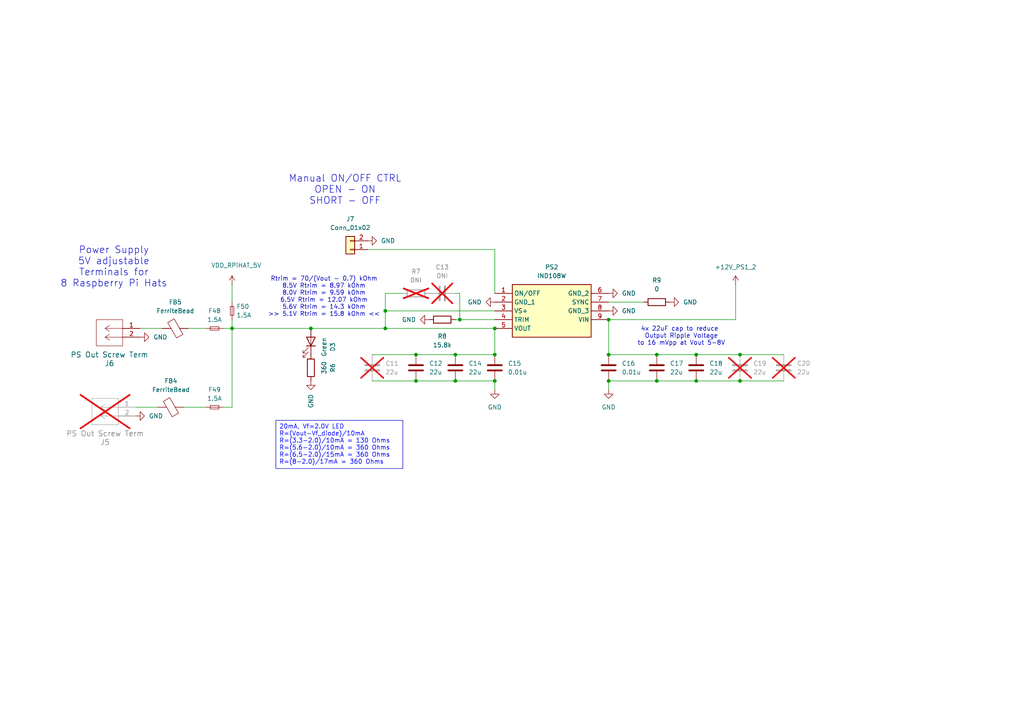
<source format=kicad_sch>
(kicad_sch (version 20231120) (generator "eeschema") (generator_version "8.0")
  (paper "A4")
  (title_block (title "+5V DC/DC module for RPi HAT") (date "2024-04-04") (rev "1.0"))
  (lib_symbols
    (symbol "BCRL_power_supply:IND108W"
      (property "Reference" "PS" (at 29.21 7.62 0))
      (property "Value" "IND108W" (at 29.21 5.08 0))
      (symbol "IND108W_1_1"
        (rectangle (start 5.08 2.54) (end 27.94 -12.7) (stroke (width 0.254)) (fill (type background)))
        (pin passive line (at 0 0 0) (length 5.08) (name "ON/OFF") (number "1"))
        (pin passive line (at 0 -2.54 0) (length 5.08) (name "GND_1") (number "2"))
        (pin passive line (at 0 -5.08 0) (length 5.08) (name "VS+") (number "3"))
        (pin passive line (at 0 -7.62 0) (length 5.08) (name "TRIM") (number "4"))
        (pin passive line (at 0 -10.16 0) (length 5.08) (name "VOUT") (number "5"))
        (pin passive line (at 33.02 0 180) (length 5.08) (name "GND_2") (number "6"))
        (pin passive line (at 33.02 -2.54 180) (length 5.08) (name "SYNC") (number "7"))
        (pin passive line (at 33.02 -5.08 180) (length 5.08) (name "GND_3") (number "8"))
        (pin passive line (at 33.02 -7.62 180) (length 5.08) (name "VIN") (number "9"))
      )
    )
    (symbol "BCRL_power_supply:OSTVN02A150" (pin_names (offset 0.254) hide)
      (property "Reference" "J" (at 8.89 6.35 0))
      (property "Value" "OSTVN02A150" (at 5.08 -6.35 0))
      (symbol "OSTVN02A150_1_1"
        (polyline (pts (xy 5.08 -5.08) (xy 12.7 -5.08)) (stroke (width 0.127)))
        (polyline (pts (xy 5.08 2.54) (xy 5.08 -5.08)) (stroke (width 0.127)))
        (polyline (pts (xy 10.16 -2.54) (xy 5.08 -2.54)) (stroke (width 0.127)))
        (polyline (pts (xy 10.16 -2.54) (xy 8.89 -3.3867)) (stroke (width 0.127)))
        (polyline (pts (xy 10.16 -2.54) (xy 8.89 -1.6933)) (stroke (width 0.127)))
        (polyline (pts (xy 10.16 0) (xy 5.08 0)) (stroke (width 0.127)))
        (polyline (pts (xy 10.16 0) (xy 8.89 -0.8467)) (stroke (width 0.127)))
        (polyline (pts (xy 10.16 0) (xy 8.89 0.8467)) (stroke (width 0.127)))
        (polyline (pts (xy 12.7 -5.08) (xy 12.7 2.54)) (stroke (width 0.127)))
        (polyline (pts (xy 12.7 2.54) (xy 5.08 2.54)) (stroke (width 0.127)))
        (pin unspecified line (at 0 0 0) (length 5.08) (name "1") (number "1"))
        (pin unspecified line (at 0 -2.54 0) (length 5.08) (name "2") (number "2"))
      )
      (symbol "OSTVN02A150_1_2"
        (polyline (pts (xy 5.08 -5.08) (xy 12.7 -5.08)) (stroke (width 0.127)))
        (polyline (pts (xy 5.08 2.54) (xy 5.08 -5.08)) (stroke (width 0.127)))
        (polyline (pts (xy 7.62 -2.54) (xy 5.08 -2.54)) (stroke (width 0.127)))
        (polyline (pts (xy 7.62 -2.54) (xy 8.89 -3.3867)) (stroke (width 0.127)))
        (polyline (pts (xy 7.62 -2.54) (xy 8.89 -1.6933)) (stroke (width 0.127)))
        (polyline (pts (xy 7.62 0) (xy 5.08 0)) (stroke (width 0.127)))
        (polyline (pts (xy 7.62 0) (xy 8.89 -0.8467)) (stroke (width 0.127)))
        (polyline (pts (xy 7.62 0) (xy 8.89 0.8467)) (stroke (width 0.127)))
        (polyline (pts (xy 12.7 -5.08) (xy 12.7 2.54)) (stroke (width 0.127)))
        (polyline (pts (xy 12.7 2.54) (xy 5.08 2.54)) (stroke (width 0.127)))
        (pin unspecified line (at 0 0 0) (length 5.08) (name "1") (number "1"))
        (pin unspecified line (at 0 -2.54 0) (length 5.08) (name "2") (number "2"))
      )
    )
    (symbol "C_1" (pin_numbers hide) (pin_names (offset 0.254) hide)
      (property "Reference" "C" (at 0.635 2.54 0))
      (property "Value" "C" (at 0.635 -2.54 0))
      (symbol "C_1_0_1"
        (polyline (pts (xy -2.032 -0.762) (xy 2.032 -0.762)) (stroke (width 0.508)))
        (polyline (pts (xy -2.032 0.762) (xy 2.032 0.762)) (stroke (width 0.508)))
      )
      (symbol "C_1_1_1"
        (pin passive line (at 0 3.81 270) (length 2.794) (name "~") (number "1"))
        (pin passive line (at 0 -3.81 90) (length 2.794) (name "~") (number "2"))
      )
    )
    (symbol "Connector_Generic:Conn_01x02" (pin_names (offset 1.016) hide)
      (property "Reference" "J" (at 0 2.54 0))
      (property "Value" "Conn_01x02" (at 0 -5.08 0))
      (symbol "Conn_01x02_1_1"
        (rectangle (start -1.27 -2.413) (end 0 -2.667) (stroke (width 0.1524)))
        (rectangle (start -1.27 0.127) (end 0 -0.127) (stroke (width 0.1524)))
        (rectangle (start -1.27 1.27) (end 1.27 -3.81) (stroke (width 0.254)) (fill (type background)))
        (pin passive line (at -5.08 0 0) (length 3.81) (name "Pin_1") (number "1"))
        (pin passive line (at -5.08 -2.54 0) (length 3.81) (name "Pin_2") (number "2"))
      )
    )
    (symbol "Device:C" (pin_numbers hide) (pin_names (offset 0.254))
      (property "Reference" "C" (at 0.635 2.54 0))
      (property "Value" "C" (at 0.635 -2.54 0))
      (symbol "C_0_1"
        (polyline (pts (xy -2.032 -0.762) (xy 2.032 -0.762)) (stroke (width 0.508)))
        (polyline (pts (xy -2.032 0.762) (xy 2.032 0.762)) (stroke (width 0.508)))
      )
      (symbol "C_1_1"
        (pin passive line (at 0 3.81 270) (length 2.794) (name "~") (number "1"))
        (pin passive line (at 0 -3.81 90) (length 2.794) (name "~") (number "2"))
      )
    )
    (symbol "Device:FerriteBead" (pin_numbers hide) (pin_names (offset 0))
      (property "Reference" "FB" (at -3.81 0.635 90))
      (property "Value" "FerriteBead" (at 3.81 0 90))
      (symbol "FerriteBead_0_1"
        (polyline (pts (xy 0 -1.27) (xy 0 -1.2192)))
        (polyline (pts (xy 0 1.27) (xy 0 1.2954)))
        (polyline (pts (xy -2.7686 0.4064) (xy -1.7018 2.2606) (xy 2.7686 -0.3048) (xy 1.6764 -2.159) (xy -2.7686 0.4064)))
      )
      (symbol "FerriteBead_1_1"
        (pin passive line (at 0 3.81 270) (length 2.54) (name "~") (number "1"))
        (pin passive line (at 0 -3.81 90) (length 2.54) (name "~") (number "2"))
      )
    )
    (symbol "Device:Fuse_Small" (pin_numbers hide) (pin_names (offset 0.254) hide)
      (property "Reference" "F" (at 0 -1.524 0))
      (property "Value" "Fuse_Small" (at 0 1.524 0))
      (symbol "Fuse_Small_0_1"
        (rectangle (start -1.27 0.508) (end 1.27 -0.508))
        (polyline (pts (xy -1.27 0) (xy 1.27 0)))
      )
      (symbol "Fuse_Small_1_1"
        (pin passive line (at -2.54 0 0) (length 1.27) (name "~") (number "1"))
        (pin passive line (at 2.54 0 180) (length 1.27) (name "~") (number "2"))
      )
    )
    (symbol "Device:LED" (pin_numbers hide) (pin_names (offset 1.016) hide)
      (property "Reference" "D" (at 0 2.54 0))
      (property "Value" "LED" (at 0 -2.54 0))
      (symbol "LED_0_1"
        (polyline (pts (xy -1.27 -1.27) (xy -1.27 1.27)) (stroke (width 0.254)))
        (polyline (pts (xy -1.27 0) (xy 1.27 0)))
        (polyline (pts (xy 1.27 -1.27) (xy 1.27 1.27) (xy -1.27 0) (xy 1.27 -1.27)) (stroke (width 0.254)))
        (polyline (pts (xy -3.048 -0.762) (xy -4.572 -2.286) (xy -3.81 -2.286) (xy -4.572 -2.286) (xy -4.572 -1.524)))
        (polyline (pts (xy -1.778 -0.762) (xy -3.302 -2.286) (xy -2.54 -2.286) (xy -3.302 -2.286) (xy -3.302 -1.524)))
      )
      (symbol "LED_1_1"
        (pin passive line (at -3.81 0 0) (length 2.54) (name "K") (number "1"))
        (pin passive line (at 3.81 0 180) (length 2.54) (name "A") (number "2"))
      )
    )
    (symbol "Device:R" (pin_numbers hide) (pin_names (offset 0))
      (property "Reference" "R" (at 2.032 0 90))
      (property "Value" "R" (at 0 0 90))
      (symbol "R_0_1"
        (rectangle (start -1.016 -2.54) (end 1.016 2.54) (stroke (width 0.254)))
      )
      (symbol "R_1_1"
        (pin passive line (at 0 3.81 270) (length 1.27) (name "~") (number "1"))
        (pin passive line (at 0 -3.81 90) (length 1.27) (name "~") (number "2"))
      )
    )
    (symbol "GND_1" (power) (pin_numbers hide) (pin_names (offset 0) hide)
      (property "Value" "GND" (at 0 -3.81 0))
      (symbol "GND_1_0_1"
        (polyline (pts (xy 0 0) (xy 0 -1.27) (xy 1.27 -1.27) (xy 0 -2.54) (xy -1.27 -1.27) (xy 0 -1.27)))
      )
      (symbol "GND_1_1_1"
        (pin power_in line (at 0 0 270) (length 0) hide (name "GND") (number "1"))
      )
    )
    (symbol "GND_2" (power) (pin_numbers hide) (pin_names (offset 0) hide)
      (property "Value" "GND" (at 0 -3.81 0))
      (symbol "GND_2_0_1"
        (polyline (pts (xy 0 0) (xy 0 -1.27) (xy 1.27 -1.27) (xy 0 -2.54) (xy -1.27 -1.27) (xy 0 -1.27)))
      )
      (symbol "GND_2_1_1"
        (pin power_in line (at 0 0 270) (length 0) hide (name "GND") (number "1"))
      )
    )
    (symbol "GND_3" (power) (pin_numbers hide) (pin_names (offset 0) hide)
      (property "Value" "GND" (at 0 -3.81 0))
      (symbol "GND_3_0_1"
        (polyline (pts (xy 0 0) (xy 0 -1.27) (xy 1.27 -1.27) (xy 0 -2.54) (xy -1.27 -1.27) (xy 0 -1.27)))
      )
      (symbol "GND_3_1_1"
        (pin power_in line (at 0 0 270) (length 0) hide (name "GND") (number "1"))
      )
    )
    (symbol "GND_4" (power) (pin_numbers hide) (pin_names (offset 0) hide)
      (property "Value" "GND" (at 0 -3.81 0))
      (symbol "GND_4_0_1"
        (polyline (pts (xy 0 0) (xy 0 -1.27) (xy 1.27 -1.27) (xy 0 -2.54) (xy -1.27 -1.27) (xy 0 -1.27)))
      )
      (symbol "GND_4_1_1"
        (pin power_in line (at 0 0 270) (length 0) hide (name "GND") (number "1"))
      )
    )
    (symbol "GND_5" (power) (pin_numbers hide) (pin_names (offset 0) hide)
      (property "Value" "GND" (at 0 -3.81 0))
      (symbol "GND_5_0_1"
        (polyline (pts (xy 0 0) (xy 0 -1.27) (xy 1.27 -1.27) (xy 0 -2.54) (xy -1.27 -1.27) (xy 0 -1.27)))
      )
      (symbol "GND_5_1_1"
        (pin power_in line (at 0 0 270) (length 0) hide (name "GND") (number "1"))
      )
    )
    (symbol "power:+3.3V" (power) (pin_numbers hide) (pin_names (offset 0) hide)
      (property "Value" "+3.3V" (at 0 3.556 0))
      (symbol "+3.3V_0_1"
        (polyline (pts (xy -0.762 1.27) (xy 0 2.54)))
        (polyline (pts (xy 0 0) (xy 0 2.54)))
        (polyline (pts (xy 0 2.54) (xy 0.762 1.27)))
      )
      (symbol "+3.3V_1_1"
        (pin power_in line (at 0 0 90) (length 0) (name "~") (number "1"))
      )
    )
    (symbol "power:GND" (power) (pin_numbers hide) (pin_names (offset 0) hide)
      (property "Value" "GND" (at 0 -3.81 0))
      (symbol "GND_0_1"
        (polyline (pts (xy 0 0) (xy 0 -1.27) (xy 1.27 -1.27) (xy 0 -2.54) (xy -1.27 -1.27) (xy 0 -1.27)))
      )
      (symbol "GND_1_1"
        (pin power_in line (at 0 0 270) (length 0) hide (name "GND") (number "1"))
      )
    )
    (symbol "power:VDD" (power) (pin_numbers hide) (pin_names (offset 0) hide)
      (property "Value" "VDD" (at 0 3.556 0))
      (symbol "VDD_0_1"
        (polyline (pts (xy -0.762 1.27) (xy 0 2.54)))
        (polyline (pts (xy 0 0) (xy 0 2.54)))
        (polyline (pts (xy 0 2.54) (xy 0.762 1.27)))
      )
      (symbol "VDD_1_1"
        (pin power_in line (at 0 0 90) (length 0) (name "~") (number "1"))
      )
    )
  )
  (junction (at 120.65 110.49))
  (junction (at 143.51 110.49))
  (junction (at 67.31 95.25))
  (junction (at 143.51 102.87))
  (junction (at 111.76 90.17))
  (junction (at 190.5 102.87))
  (junction (at 214.63 110.49))
  (junction (at 133.35 92.71))
  (junction (at 176.53 102.87))
  (junction (at 120.65 102.87))
  (junction (at 176.53 110.49))
  (junction (at 201.93 102.87))
  (junction (at 214.63 102.87))
  (junction (at 132.08 110.49))
  (junction (at 143.51 95.25))
  (junction (at 132.08 102.87))
  (junction (at 201.93 110.49))
  (junction (at 176.53 92.71))
  (junction (at 111.76 95.25))
  (junction (at 190.5 110.49))
  (junction (at 90.17 95.25))
  (wire (pts (xy 143.51 95.25) (xy 143.51 102.87)))
  (wire (pts (xy 133.35 92.71) (xy 143.51 92.71)))
  (wire (pts (xy 67.31 95.25) (xy 90.17 95.25)))
  (wire (pts (xy 111.76 85.09) (xy 111.76 90.17)))
  (wire (pts (xy 40.64 95.25) (xy 46.99 95.25)))
  (wire (pts (xy 214.63 102.87) (xy 227.33 102.87)))
  (wire (pts (xy 143.51 72.39) (xy 143.51 85.09)))
  (wire (pts (xy 176.53 102.87) (xy 190.5 102.87)))
  (wire (pts (xy 132.08 85.09) (xy 133.35 85.09)))
  (wire (pts (xy 39.37 118.11) (xy 45.72 118.11)))
  (wire (pts (xy 120.65 102.87) (xy 132.08 102.87)))
  (wire (pts (xy 120.65 110.49) (xy 132.08 110.49)))
  (wire (pts (xy 67.31 118.11) (xy 67.31 95.25)))
  (wire (pts (xy 64.77 95.25) (xy 67.31 95.25)))
  (wire (pts (xy 143.51 110.49) (xy 143.51 113.03)))
  (wire (pts (xy 176.53 92.71) (xy 213.36 92.71)))
  (wire (pts (xy 201.93 102.87) (xy 214.63 102.87)))
  (wire (pts (xy 213.36 82.55) (xy 213.36 92.71)))
  (wire (pts (xy 64.77 118.11) (xy 67.31 118.11)))
  (wire (pts (xy 90.17 95.25) (xy 111.76 95.25)))
  (wire (pts (xy 176.53 110.49) (xy 190.5 110.49)))
  (wire (pts (xy 201.93 110.49) (xy 214.63 110.49)))
  (wire (pts (xy 67.31 92.71) (xy 67.31 95.25)))
  (wire (pts (xy 132.08 110.49) (xy 143.51 110.49)))
  (wire (pts (xy 132.08 102.87) (xy 143.51 102.87)))
  (wire (pts (xy 143.51 90.17) (xy 111.76 90.17)))
  (wire (pts (xy 214.63 110.49) (xy 227.33 110.49)))
  (wire (pts (xy 176.53 87.63) (xy 186.69 87.63)))
  (wire (pts (xy 176.53 92.71) (xy 176.53 102.87)))
  (wire (pts (xy 116.84 85.09) (xy 111.76 85.09)))
  (wire (pts (xy 190.5 102.87) (xy 201.93 102.87)))
  (wire (pts (xy 111.76 90.17) (xy 111.76 95.25)))
  (wire (pts (xy 107.95 110.49) (xy 120.65 110.49)))
  (wire (pts (xy 106.68 72.39) (xy 143.51 72.39)))
  (wire (pts (xy 111.76 95.25) (xy 143.51 95.25)))
  (wire (pts (xy 67.31 82.55) (xy 67.31 87.63)))
  (wire (pts (xy 53.34 118.11) (xy 59.69 118.11)))
  (wire (pts (xy 54.61 95.25) (xy 59.69 95.25)))
  (wire (pts (xy 132.08 92.71) (xy 133.35 92.71)))
  (wire (pts (xy 107.95 102.87) (xy 120.65 102.87)))
  (wire (pts (xy 133.35 85.09) (xy 133.35 92.71)))
  (wire (pts (xy 176.53 110.49) (xy 176.53 113.03)))
  (wire (pts (xy 190.5 110.49) (xy 201.93 110.49)))
  (text_box "20mA, Vf=2.0V LED \nR=(Vout-Vf_diode)/10mA \nR=(3.3-2.0)/10mA = 130 Ohms  \nR=(5.6-2.0)/10mA = 360 Ohms  \nR=(6.5-2.0)/15mA = 360 Ohms  \nR=(8-2.0)/17mA = 360 Ohms  \n" (at 80.01 121.92 0) (size 36.83 13.97) (effects (font (size 1.27 1.27)) (justify left top)))
  (text "4x 22uF cap to reduce \nOutput Ripple Voltage\nto 16 mVpp at Vout 5-8V" (at 197.612 97.536 0) (effects (font (size 1.27 1.27))))
  (text "Manual ON/OFF CTRL\nOPEN - ON\nSHORT - OFF" (at 100.076 55.118 0) (effects (font (size 2 2))))
  (text "Rtrim = 70/(Vout - 0.7) kOhm\n8.5V Rtrim = 8.97 kOhm\n8.0V Rtrim = 9.59 kOhm\n6.5V Rtrim = 12.07 kOhm\n5.6V Rtrim = 14.3 kOhm\n>> 5.1V Rtrim = 15.8 kOhm <<\n\n\n" (at 93.98 88.138 0) (effects (font (size 1.27 1.27))))
  (text "Power Supply\n5V adjustable\nTerminals for\n8 Raspberry Pi Hats\n" (at 33.02 77.47 0) (effects (font (size 2 2))))
  (symbol (lib_id "BCRL_power_supply:OSTVN02A150") (at 39.37 118.11 0) (mirror y) (unit 1) (in_bom no) (dnp yes)
    (property "Reference" "J5" (at 30.48 128.27 0) (effects (font (size 1.524 1.524))))
    (property "Value" "PS Out Screw Term" (at 30.48 125.73 0) (effects (font (size 1.524 1.524))))
    (property "Footprint" "BCRL_power_supply:CONN_OSTVN02A150_OST" (effects (hide yes)))
    (property "Datasheet" "https://mm.digikey.com/Volume0/opasdata/d220001/medias/docus/1123/OSTVNXXA150.pdf" (effects (hide yes)))
    (property "PN" "OSTVN02A150" (effects (hide yes)))
  )
  (symbol (lib_id "Device:C") (at 176.53 106.68 0) (unit 1)
    (property "Reference" "C16" (at 180.34 105.4099 0) (effects (justify left)))
    (property "Value" "0.01u" (at 180.34 107.9499 0) (effects (justify left)))
    (property "Footprint" "BCRL_power_supply:CAPC1608X90N" (effects (hide yes)))
    (property "Datasheet" "https://www.mouser.ca/datasheet/2/281/1/GRM1885C1E103JA01_01A-1984693.pdf" (effects (hide yes)))
    (property "Description" "0.01 uF 25V" (effects (hide yes)))
    (property "PN" "GRM1885C1E103JA01D" (effects (hide yes)))
    (property "Mfr" "Murata" (effects (hide yes)))
  )
  (symbol (lib_id "Device:C") (at 132.08 106.68 0) (unit 1)
    (property "Reference" "C14" (at 135.89 105.4099 0) (effects (justify left)))
    (property "Value" "22u" (at 135.89 107.9499 0) (effects (justify left)))
    (property "Footprint" "BCRL_power_supply:CAPC2012X145N" (effects (hide yes)))
    (property "Datasheet" "https://www.mouser.ca/datasheet/2/281/1/GRM21BR61E226ME44_01A-1986898.pdf" (effects (hide yes)))
    (property "Description" "22 uF 25V " (effects (hide yes)))
    (property "PN" "GRM21BR61E226ME44L" (effects (hide yes)))
    (property "Mfr" "Murata" (effects (hide yes)))
  )
  (symbol (lib_id "Device:Fuse_Small") (at 67.31 90.17 90) (unit 1)
    (property "Reference" "F50" (at 68.58 88.8999 90) (effects (justify right)))
    (property "Value" "1.5A" (at 68.58 91.4399 90) (effects (justify right)))
    (property "Footprint" "BCRL_power_supply:ERBRE0R50V" (effects (hide yes)))
    (property "Datasheet" "https://www.mouser.ca/datasheet/2/315/AFA0000C7-1025982.pdf" (effects (hide yes)))
    (property "Description" "SMD Fuse 0603" (effects (hide yes)))
    (property "PN" "ERB-RE1R50V" (effects (hide yes)))
    (property "Mfr" "Panasonic" (effects (hide yes)))
  )
  (symbol (lib_id "Device:R") (at 190.5 87.63 270) (mirror x) (unit 1)
    (property "Reference" "R9" (at 190.5 81.28 90))
    (property "Value" "0" (at 190.5 83.82 90))
    (property "Footprint" "BCRL_power_supply:RESC1608X55N" (effects (hide yes)))
    (property "Datasheet" "https://www.vishay.com/docs/20035/dcrcwe3.pdf" (effects (hide yes)))
    (property "Description" "1/10 W" (effects (hide yes)))
    (property "PN" "CRCW06030000Z0EAHP" (effects (hide yes)))
    (property "Mfr" "Vishay" (effects (hide yes)))
  )
  (symbol (lib_name "GND_4") (lib_id "power:GND") (at 143.51 87.63 270) (mirror x) (unit 1)
    (property "Reference" "#PWR022" (effects (hide yes)))
    (property "Value" "GND" (at 139.7 87.6299 90) (effects (justify right)))
  )
  (symbol (lib_name "GND_1") (lib_id "power:GND") (at 124.46 92.71 270) (mirror x) (unit 1)
    (property "Reference" "#PWR021" (effects (hide yes)))
    (property "Value" "GND" (at 120.65 92.7099 90) (effects (justify right)))
  )
  (symbol (lib_id "Device:R") (at 128.27 92.71 90) (mirror x) (unit 1)
    (property "Reference" "R8" (at 128.27 97.536 90))
    (property "Value" "15.8k" (at 128.27 100.076 90))
    (property "Footprint" "BCRL_power_supply:RESC1608X50N" (effects (hide yes)))
    (property "Description" "1/10 W" (effects (hide yes)))
    (property "PN" "CRCW060315K8FKEA" (effects (hide yes)))
    (property "Mfr" "Vishay" (effects (hide yes)))
  )
  (symbol (lib_id "Device:C") (at 143.51 106.68 0) (unit 1)
    (property "Reference" "C15" (at 147.32 105.4099 0) (effects (justify left)))
    (property "Value" "0.01u" (at 147.32 107.9499 0) (effects (justify left)))
    (property "Footprint" "BCRL_power_supply:CAPC1608X90N" (effects (hide yes)))
    (property "Datasheet" "https://www.mouser.ca/datasheet/2/281/1/GRM1885C1E103JA01_01A-1984693.pdf" (effects (hide yes)))
    (property "Description" "0.01 uF 25V" (effects (hide yes)))
    (property "PN" "GRM1885C1E103JA01D" (effects (hide yes)))
    (property "Mfr" "Murata" (effects (hide yes)))
  )
  (symbol (lib_id "Device:LED") (at 90.17 99.06 270) (mirror x) (unit 1)
    (property "Reference" "D3" (at 96.52 100.6475 0))
    (property "Value" "Green" (at 93.98 100.6475 0))
    (property "Footprint" "BCRL_power_supply:LEDC1608X80N" (effects (hide yes)))
    (property "Datasheet" "https://www.we-online.com/catalog/datasheet/150060VS75000.pdf" (effects (hide yes)))
    (property "Description" "LED green 20mA Vf=2V" (effects (hide yes)))
    (property "PN" "150060VS75000" (effects (hide yes)))
    (property "Mfr" "Wurth Elektronik" (effects (hide yes)))
  )
  (symbol (lib_id "power:GND") (at 106.68 69.85 90) (unit 1)
    (property "Reference" "#PWR020" (effects (hide yes)))
    (property "Value" "GND" (at 110.49 69.8499 90) (effects (justify right)))
  )
  (symbol (lib_id "BCRL_power_supply:IND108W") (at 143.51 85.09 0) (unit 1)
    (property "Reference" "PS2" (at 160.02 77.47 0))
    (property "Value" "IND108W" (at 160.02 80.01 0))
    (property "Footprint" "BCRL_power_supply:IND108W" (effects (hide yes)))
    (property "Datasheet" "https://www.omnionpower.com/assets/pdfs/windchill/data-sheet/ind108w_ds.pdf?nocache=1710831926" (effects (hide yes)))
    (property "Description" "DC/DC 12Vin 3-9V 108W 12A" (effects (hide yes)))
    (property "Height" "10" (effects (hide yes)))
    (property "Manufacturer_Name" "OmniOn Power" (effects (hide yes)))
    (property "Manufacturer_Part_Number" "IND108W" (effects (hide yes)))
    (property "Mfr" "GE" (effects (hide yes)))
    (property "PN" "IND108W" (effects (hide yes)))
  )
  (symbol (lib_id "Device:C") (at 214.63 106.68 0) (unit 1) (on_board no) (dnp yes)
    (property "Reference" "C19" (at 218.44 105.4099 0) (effects (justify left)))
    (property "Value" "22u" (at 218.44 107.9499 0) (effects (justify left)))
    (property "Footprint" "BCRL_power_supply:CAPC2012X145N" (effects (hide yes)))
    (property "Datasheet" "https://www.mouser.ca/datasheet/2/281/1/GRM21BR61E226ME44_01A-1986898.pdf" (effects (hide yes)))
    (property "Description" "22 uF 25V " (effects (hide yes)))
    (property "PN" "GRM21BR61E226ME44L" (effects (hide yes)))
    (property "Mfr" "Murata" (effects (hide yes)))
  )
  (symbol (lib_id "Device:Fuse_Small") (at 62.23 95.25 0) (unit 1)
    (property "Reference" "F48" (at 62.23 90.17 0))
    (property "Value" "1.5A" (at 62.23 92.71 0))
    (property "Footprint" "BCRL_power_supply:ERBRE0R50V" (effects (hide yes)))
    (property "Datasheet" "https://www.mouser.ca/datasheet/2/315/AFA0000C7-1025982.pdf" (effects (hide yes)))
    (property "Description" "SMD Fuse 0603" (effects (hide yes)))
    (property "PN" "ERB-RE1R50V" (effects (hide yes)))
    (property "Mfr" "Panasonic" (effects (hide yes)))
  )
  (symbol (lib_id "power:GND") (at 90.17 110.49 0) (mirror y) (unit 1)
    (property "Reference" "#PWR019" (effects (hide yes)))
    (property "Value" "GND" (at 90.17 114.3 90) (effects (justify right)))
  )
  (symbol (lib_id "Device:C") (at 227.33 106.68 0) (unit 1) (on_board no) (dnp yes)
    (property "Reference" "C20" (at 231.14 105.4099 0) (effects (justify left)))
    (property "Value" "22u" (at 231.14 107.9499 0) (effects (justify left)))
    (property "Footprint" "BCRL_power_supply:CAPC2012X145N" (effects (hide yes)))
    (property "Datasheet" "https://www.mouser.ca/datasheet/2/281/1/GRM21BR61E226ME44_01A-1986898.pdf" (effects (hide yes)))
    (property "Description" "22 uF 25V " (effects (hide yes)))
    (property "PN" "GRM21BR61E226ME44L" (effects (hide yes)))
    (property "Mfr" "Murata" (effects (hide yes)))
  )
  (symbol (lib_name "GND_2") (lib_id "power:GND") (at 194.31 87.63 90) (mirror x) (unit 1)
    (property "Reference" "#PWR027" (effects (hide yes)))
    (property "Value" "GND" (at 198.12 87.6299 90) (effects (justify right)))
  )
  (symbol (lib_name "GND_2") (lib_id "power:GND") (at 176.53 85.09 90) (mirror x) (unit 1)
    (property "Reference" "#PWR024" (effects (hide yes)))
    (property "Value" "GND" (at 180.34 85.0899 90) (effects (justify right)))
  )
  (symbol (lib_name "GND_5") (lib_id "power:GND") (at 143.51 113.03 0) (mirror y) (unit 1)
    (property "Reference" "#PWR023" (effects (hide yes)))
    (property "Value" "GND" (at 143.51 118.11 0))
  )
  (symbol (lib_id "power:GND") (at 176.53 113.03 0) (mirror y) (unit 1)
    (property "Reference" "#PWR026" (effects (hide yes)))
    (property "Value" "GND" (at 176.53 118.11 0))
  )
  (symbol (lib_id "Device:C") (at 201.93 106.68 0) (unit 1)
    (property "Reference" "C18" (at 205.74 105.4099 0) (effects (justify left)))
    (property "Value" "22u" (at 205.74 107.9499 0) (effects (justify left)))
    (property "Footprint" "BCRL_power_supply:CAPC2012X145N" (effects (hide yes)))
    (property "Datasheet" "https://www.mouser.ca/datasheet/2/281/1/GRM21BR61E226ME44_01A-1986898.pdf" (effects (hide yes)))
    (property "Description" "22 uF 25V " (effects (hide yes)))
    (property "PN" "GRM21BR61E226ME44L" (effects (hide yes)))
    (property "Mfr" "Murata" (effects (hide yes)))
  )
  (symbol (lib_name "GND_4") (lib_id "power:GND") (at 39.37 120.65 90) (mirror x) (unit 1)
    (property "Reference" "#PWR016" (effects (hide yes)))
    (property "Value" "GND" (at 43.18 120.65 90) (effects (justify right)))
  )
  (symbol (lib_id "power:VDD") (at 67.31 82.55 0) (unit 1)
    (property "Reference" "#PWR018" (effects (hide yes)))
    (property "Value" "VDD_RPiHAT_5V" (at 61.214 76.962 0) (effects (justify left)))
    (property "Description" "Power symbol creates a global label with name \"VDD\"" (effects (hide yes)))
  )
  (symbol (lib_id "Device:R") (at 90.17 106.68 0) (mirror x) (unit 1)
    (property "Reference" "R6" (at 96.52 106.68 90))
    (property "Value" "360" (at 93.98 106.68 90))
    (property "Footprint" "BCRL_power_supply:RESC1608X50N" (effects (hide yes)))
    (property "Datasheet" "https://www.vishay.com/docs/20035/dcrcwe3.pdf" (effects (hide yes)))
    (property "Description" "1/10 W" (effects (hide yes)))
    (property "PN" "CRCW0603360RJNEA" (effects (hide yes)))
    (property "Mfr" "Vishay" (effects (hide yes)))
  )
  (symbol (lib_id "Device:C") (at 190.5 106.68 0) (unit 1)
    (property "Reference" "C17" (at 194.31 105.4099 0) (effects (justify left)))
    (property "Value" "22u" (at 194.31 107.9499 0) (effects (justify left)))
    (property "Footprint" "BCRL_power_supply:CAPC2012X145N" (effects (hide yes)))
    (property "Datasheet" "https://www.mouser.ca/datasheet/2/281/1/GRM21BR61E226ME44_01A-1986898.pdf" (effects (hide yes)))
    (property "Description" "22 uF 25V " (effects (hide yes)))
    (property "PN" "GRM21BR61E226ME44L" (effects (hide yes)))
    (property "Mfr" "Murata" (effects (hide yes)))
  )
  (symbol (lib_name "GND_4") (lib_id "power:GND") (at 40.64 97.79 90) (mirror x) (unit 1)
    (property "Reference" "#PWR017" (effects (hide yes)))
    (property "Value" "GND" (at 44.45 97.79 90) (effects (justify right)))
  )
  (symbol (lib_name "GND_3") (lib_id "power:GND") (at 176.53 90.17 90) (mirror x) (unit 1)
    (property "Reference" "#PWR025" (effects (hide yes)))
    (property "Value" "GND" (at 180.34 90.1699 90) (effects (justify right)))
  )
  (symbol (lib_id "Device:C") (at 120.65 106.68 0) (unit 1)
    (property "Reference" "C12" (at 124.46 105.4099 0) (effects (justify left)))
    (property "Value" "22u" (at 124.46 107.9499 0) (effects (justify left)))
    (property "Footprint" "BCRL_power_supply:CAPC2012X145N" (effects (hide yes)))
    (property "Datasheet" "https://www.mouser.ca/datasheet/2/281/1/GRM21BR61E226ME44_01A-1986898.pdf" (effects (hide yes)))
    (property "Description" "22 uF 25V " (effects (hide yes)))
    (property "PN" "GRM21BR61E226ME44L" (effects (hide yes)))
    (property "Mfr" "Murata" (effects (hide yes)))
  )
  (symbol (lib_id "Device:Fuse_Small") (at 62.23 118.11 0) (unit 1)
    (property "Reference" "F49" (at 62.23 113.03 0))
    (property "Value" "1.5A" (at 62.23 115.57 0))
    (property "Footprint" "BCRL_power_supply:ERBRE0R50V" (effects (hide yes)))
    (property "Datasheet" "https://www.mouser.ca/datasheet/2/315/AFA0000C7-1025982.pdf" (effects (hide yes)))
    (property "Description" "SMD Fuse 0603" (effects (hide yes)))
    (property "PN" "ERB-RE1R50V" (effects (hide yes)))
    (property "Mfr" "Panasonic" (effects (hide yes)))
  )
  (symbol (lib_id "Device:FerriteBead") (at 49.53 118.11 270) (mirror x) (unit 1)
    (property "Reference" "FB4" (at 49.5808 110.49 90))
    (property "Value" "FerriteBead" (at 49.5808 113.03 90))
    (property "Footprint" "BCRL_power_supply:BEADC1005X55N" (effects (hide yes)))
    (property "Datasheet" "https://product.tdk.com/system/files/dam/doc/product/emc/emc/suppression-filter/catalog/suppression-filter_commercial_maf1005p_en.pdf" (effects (hide yes)))
    (property "Description" "Ferrite bead 9 mOhm 6A" (effects (hide yes)))
    (property "PN" "MAF1005PAD120CT000" (effects (hide yes)))
    (property "Mfr" "TDK" (effects (hide yes)))
  )
  (symbol (lib_id "Device:C") (at 107.95 106.68 0) (unit 1) (in_bom no) (dnp yes)
    (property "Reference" "C11" (at 111.76 105.4099 0) (effects (justify left)))
    (property "Value" "22u" (at 111.76 107.9499 0) (effects (justify left)))
    (property "Footprint" "BCRL_power_supply:CAPC2012X145N" (effects (hide yes)))
    (property "Datasheet" "https://www.mouser.ca/datasheet/2/281/1/GRM21BR61E226ME44_01A-1986898.pdf" (effects (hide yes)))
    (property "Description" "22 uF 25V " (effects (hide yes)))
    (property "PN" "GRM21BR61E226ME44L" (effects (hide yes)))
    (property "Mfr" "Murata" (effects (hide yes)))
  )
  (symbol (lib_id "Connector_Generic:Conn_01x02") (at 101.6 72.39 180) (unit 1)
    (property "Reference" "J7" (at 101.6 63.5 0))
    (property "Value" "Conn_01x02" (at 101.6 66.04 0))
    (property "Footprint" "BCRL_power_supply:M20-8770242" (effects (hide yes)))
    (property "Datasheet" "https://www.mouser.ca/datasheet/2/181/M20-877-1133516.pdf" (effects (hide yes)))
    (property "Description" "1x2 pin Header SMT, Vertical " (effects (hide yes)))
    (property "PN" "M20-8770242" (effects (hide yes)))
    (property "Mfr" "Harwin" (effects (hide yes)))
  )
  (symbol (lib_id "Device:FerriteBead") (at 50.8 95.25 270) (mirror x) (unit 1)
    (property "Reference" "FB5" (at 50.8508 87.63 90))
    (property "Value" "FerriteBead" (at 50.8508 90.17 90))
    (property "Footprint" "BCRL_power_supply:BEADC1005X55N" (effects (hide yes)))
    (property "Datasheet" "https://product.tdk.com/system/files/dam/doc/product/emc/emc/suppression-filter/catalog/suppression-filter_commercial_maf1005p_en.pdf" (effects (hide yes)))
    (property "Description" "Ferrite bead 9 mOhm 6A" (effects (hide yes)))
    (property "PN" "MAF1005PAD120CT000" (effects (hide yes)))
    (property "Mfr" "TDK" (effects (hide yes)))
  )
  (symbol (lib_id "BCRL_power_supply:OSTVN02A150") (at 40.64 95.25 0) (mirror y) (unit 1)
    (property "Reference" "J6" (at 31.75 105.41 0) (effects (font (size 1.524 1.524))))
    (property "Value" "PS Out Screw Term" (at 31.75 102.87 0) (effects (font (size 1.524 1.524))))
    (property "Footprint" "BCRL_power_supply:CONN_OSTVN02A150_OST" (effects (hide yes)))
    (property "Datasheet" "https://mm.digikey.com/Volume0/opasdata/d220001/medias/docus/1123/OSTVNXXA150.pdf" (effects (hide yes)))
    (property "Description" "2 Screw Terminal" (effects (hide yes)))
    (property "PN" "OSTVN02A150" (effects (hide yes)))
    (property "Mfr" "On Shore Technology Inc." (effects (hide yes)))
  )
  (symbol (lib_name "C_1") (lib_id "Device:C") (at 128.27 85.09 270) (mirror x) (unit 1) (in_bom no) (dnp yes)
    (property "Reference" "C13" (at 128.27 77.47 90))
    (property "Value" "DNI" (at 128.27 80.01 90))
    (property "Footprint" "Capacitor_SMD:C_0603_1608Metric" (effects (hide yes)))
    (property "Description" "Ctune" (effects (hide yes)))
  )
  (symbol (lib_id "power:+3.3V") (at 213.36 82.55 0) (unit 1)
    (property "Reference" "#PWR0325" (effects (hide yes)))
    (property "Value" "+12V_PS1_2" (at 213.36 77.47 0))
    (property "Description" "Power symbol creates a global label with name \"+3.3V\"" (effects (hide yes)))
  )
  (symbol (lib_id "Device:R") (at 120.65 85.09 90) (unit 1) (in_bom no) (dnp yes)
    (property "Reference" "R7" (at 120.65 78.74 90))
    (property "Value" "DNI" (at 120.65 81.28 90))
    (property "Footprint" "Resistor_SMD:R_0603_1608Metric" (effects (hide yes)))
    (property "Description" "Rtune" (effects (hide yes)))
  )
)
</source>
